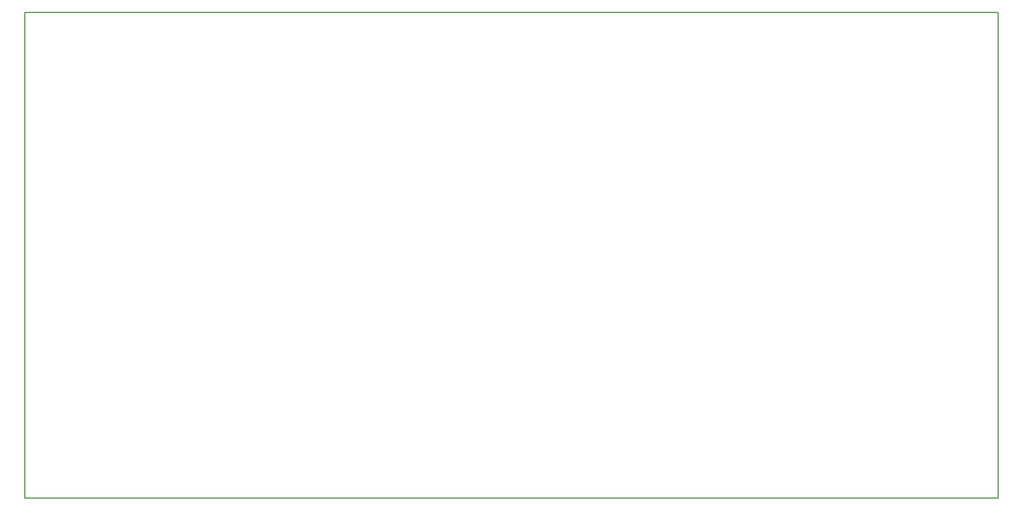
<source format=gbr>
%TF.GenerationSoftware,KiCad,Pcbnew,8.0.4*%
%TF.CreationDate,2024-09-16T18:55:14-07:00*%
%TF.ProjectId,Dorr_Amp_REV-,446f7272-5f41-46d7-905f-5245562d2e6b,-*%
%TF.SameCoordinates,Original*%
%TF.FileFunction,Profile,NP*%
%FSLAX46Y46*%
G04 Gerber Fmt 4.6, Leading zero omitted, Abs format (unit mm)*
G04 Created by KiCad (PCBNEW 8.0.4) date 2024-09-16 18:55:14*
%MOMM*%
%LPD*%
G01*
G04 APERTURE LIST*
%TA.AperFunction,Profile*%
%ADD10C,0.200000*%
%TD*%
G04 APERTURE END LIST*
D10*
X38450800Y-62629800D02*
X191180800Y-62629800D01*
X191180800Y-138829800D01*
X38450800Y-138829800D01*
X38450800Y-62629800D01*
M02*

</source>
